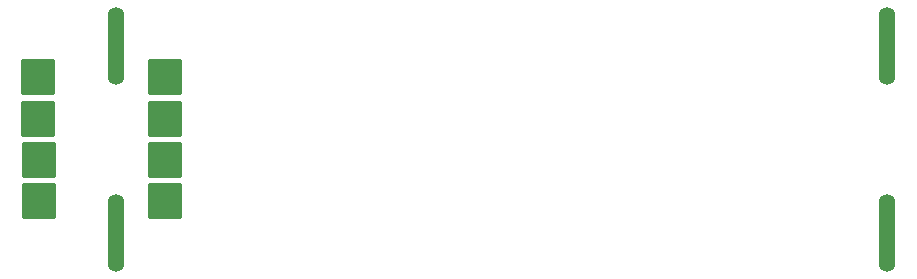
<source format=gbr>
%TF.GenerationSoftware,KiCad,Pcbnew,8.0.5*%
%TF.CreationDate,2025-07-01T10:48:08-04:00*%
%TF.ProjectId,pcb_battery_stub,7063625f-6261-4747-9465-72795f737475,rev?*%
%TF.SameCoordinates,Original*%
%TF.FileFunction,Soldermask,Top*%
%TF.FilePolarity,Negative*%
%FSLAX46Y46*%
G04 Gerber Fmt 4.6, Leading zero omitted, Abs format (unit mm)*
G04 Created by KiCad (PCBNEW 8.0.5) date 2025-07-01 10:48:08*
%MOMM*%
%LPD*%
G01*
G04 APERTURE LIST*
G04 Aperture macros list*
%AMRoundRect*
0 Rectangle with rounded corners*
0 $1 Rounding radius*
0 $2 $3 $4 $5 $6 $7 $8 $9 X,Y pos of 4 corners*
0 Add a 4 corners polygon primitive as box body*
4,1,4,$2,$3,$4,$5,$6,$7,$8,$9,$2,$3,0*
0 Add four circle primitives for the rounded corners*
1,1,$1+$1,$2,$3*
1,1,$1+$1,$4,$5*
1,1,$1+$1,$6,$7*
1,1,$1+$1,$8,$9*
0 Add four rect primitives between the rounded corners*
20,1,$1+$1,$2,$3,$4,$5,0*
20,1,$1+$1,$4,$5,$6,$7,0*
20,1,$1+$1,$6,$7,$8,$9,0*
20,1,$1+$1,$8,$9,$2,$3,0*%
G04 Aperture macros list end*
%ADD10RoundRect,0.102000X-1.300000X-1.400000X1.300000X-1.400000X1.300000X1.400000X-1.300000X1.400000X0*%
%ADD11O,1.400000X6.600000*%
G04 APERTURE END LIST*
D10*
%TO.C,REF\u002A\u002A*%
X483450000Y-90300000D03*
X494150000Y-90300000D03*
%TD*%
%TO.C,REF\u002A\u002A*%
X483400000Y-83300000D03*
X494100000Y-83300000D03*
%TD*%
%TO.C,REF\u002A\u002A*%
X483400000Y-86800000D03*
X494100000Y-86800000D03*
%TD*%
D11*
%TO.C,BT8*%
X490000000Y-96500000D03*
X555250000Y-96500000D03*
X490000000Y-80600000D03*
X555250000Y-80600000D03*
%TD*%
D10*
%TO.C,REF\u002A\u002A*%
X483450000Y-93800000D03*
X494150000Y-93800000D03*
%TD*%
M02*

</source>
